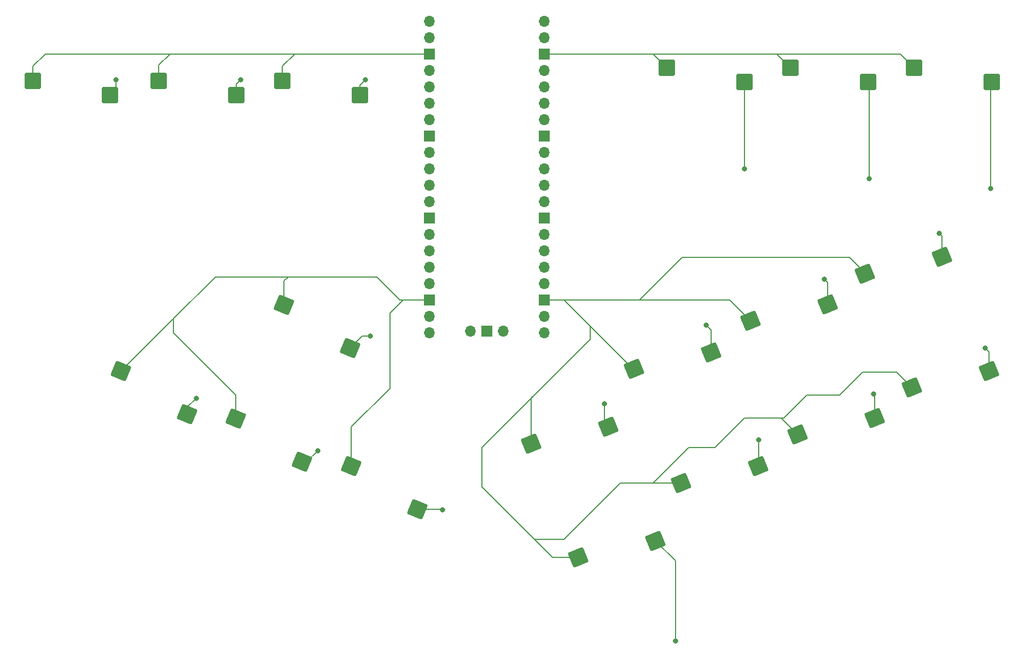
<source format=gbr>
%TF.GenerationSoftware,KiCad,Pcbnew,7.0.5*%
%TF.CreationDate,2023-08-06T16:06:21-05:00*%
%TF.ProjectId,NanoSwap,4e616e6f-5377-4617-902e-6b696361645f,rev?*%
%TF.SameCoordinates,Original*%
%TF.FileFunction,Copper,L2,Bot*%
%TF.FilePolarity,Positive*%
%FSLAX46Y46*%
G04 Gerber Fmt 4.6, Leading zero omitted, Abs format (unit mm)*
G04 Created by KiCad (PCBNEW 7.0.5) date 2023-08-06 16:06:21*
%MOMM*%
%LPD*%
G01*
G04 APERTURE LIST*
G04 Aperture macros list*
%AMRoundRect*
0 Rectangle with rounded corners*
0 $1 Rounding radius*
0 $2 $3 $4 $5 $6 $7 $8 $9 X,Y pos of 4 corners*
0 Add a 4 corners polygon primitive as box body*
4,1,4,$2,$3,$4,$5,$6,$7,$8,$9,$2,$3,0*
0 Add four circle primitives for the rounded corners*
1,1,$1+$1,$2,$3*
1,1,$1+$1,$4,$5*
1,1,$1+$1,$6,$7*
1,1,$1+$1,$8,$9*
0 Add four rect primitives between the rounded corners*
20,1,$1+$1,$2,$3,$4,$5,0*
20,1,$1+$1,$4,$5,$6,$7,0*
20,1,$1+$1,$6,$7,$8,$9,0*
20,1,$1+$1,$8,$9,$2,$3,0*%
G04 Aperture macros list end*
%TA.AperFunction,SMDPad,CuDef*%
%ADD10RoundRect,0.250000X-1.025000X-1.000000X1.025000X-1.000000X1.025000X1.000000X-1.025000X1.000000X0*%
%TD*%
%TA.AperFunction,ComponentPad*%
%ADD11O,1.700000X1.700000*%
%TD*%
%TA.AperFunction,ComponentPad*%
%ADD12R,1.700000X1.700000*%
%TD*%
%TA.AperFunction,SMDPad,CuDef*%
%ADD13RoundRect,0.250000X-1.329660X-0.531629X0.564293X-1.316130X1.329660X0.531629X-0.564293X1.316130X0*%
%TD*%
%TA.AperFunction,SMDPad,CuDef*%
%ADD14RoundRect,0.250000X-0.564293X-1.316130X1.329660X-0.531629X0.564293X1.316130X-1.329660X0.531629X0*%
%TD*%
%TA.AperFunction,ViaPad*%
%ADD15C,0.800000*%
%TD*%
%TA.AperFunction,Conductor*%
%ADD16C,0.140000*%
%TD*%
G04 APERTURE END LIST*
D10*
%TO.P,,1*%
%TO.N,N/C*%
X155685810Y-45298000D03*
%TO.P,,2*%
X167685810Y-47498000D03*
%TD*%
D11*
%TO.P,,1*%
%TO.N,N/C*%
X118872000Y-38100000D03*
%TO.P,,2*%
X118872000Y-40640000D03*
D12*
%TO.P,,3*%
X118872000Y-43180000D03*
D11*
%TO.P,,4*%
X118872000Y-45720000D03*
%TO.P,,5*%
X118872000Y-48260000D03*
%TO.P,,6*%
X118872000Y-50800000D03*
%TO.P,,7*%
X118872000Y-53340000D03*
D12*
%TO.P,,8*%
X118872000Y-55880000D03*
D11*
%TO.P,,9*%
X118872000Y-58420000D03*
%TO.P,,10*%
X118872000Y-60960000D03*
%TO.P,,11*%
X118872000Y-63500000D03*
%TO.P,,12*%
X118872000Y-66040000D03*
D12*
%TO.P,,13*%
X118872000Y-68580000D03*
D11*
%TO.P,,14*%
X118872000Y-71120000D03*
%TO.P,,15*%
X118872000Y-73660000D03*
%TO.P,,16*%
X118872000Y-76200000D03*
%TO.P,,17*%
X118872000Y-78740000D03*
D12*
%TO.P,,18*%
X118872000Y-81280000D03*
D11*
%TO.P,,19*%
X118872000Y-83820000D03*
%TO.P,,20*%
X118872000Y-86360000D03*
%TO.P,,21*%
X136652000Y-86360000D03*
%TO.P,,22*%
X136652000Y-83820000D03*
D12*
%TO.P,,23*%
X136652000Y-81280000D03*
D11*
%TO.P,,24*%
X136652000Y-78740000D03*
%TO.P,,25*%
X136652000Y-76200000D03*
%TO.P,,26*%
X136652000Y-73660000D03*
%TO.P,,27*%
X136652000Y-71120000D03*
D12*
%TO.P,,28*%
X136652000Y-68580000D03*
D11*
%TO.P,,29*%
X136652000Y-66040000D03*
%TO.P,,30*%
X136652000Y-63500000D03*
%TO.P,,31*%
X136652000Y-60960000D03*
%TO.P,,32*%
X136652000Y-58420000D03*
D12*
%TO.P,,33*%
X136652000Y-55880000D03*
D11*
%TO.P,,34*%
X136652000Y-53340000D03*
%TO.P,,35*%
X136652000Y-50800000D03*
%TO.P,,36*%
X136652000Y-48260000D03*
%TO.P,,37*%
X136652000Y-45720000D03*
D12*
%TO.P,,38*%
X136652000Y-43180000D03*
D11*
%TO.P,,39*%
X136652000Y-40640000D03*
%TO.P,,40*%
X136652000Y-38100000D03*
%TO.P,,41*%
X125222000Y-86130000D03*
D12*
%TO.P,,42*%
X127762000Y-86130000D03*
D11*
%TO.P,,43*%
X130302000Y-86130000D03*
%TD*%
D13*
%TO.P,,1*%
%TO.N,N/C*%
X88977185Y-99724572D03*
%TO.P,,2*%
X99221836Y-106349308D03*
%TD*%
D14*
%TO.P,,1*%
%TO.N,N/C*%
X141969570Y-121193455D03*
%TO.P,,2*%
X153898028Y-118633789D03*
%TD*%
D13*
%TO.P,,1*%
%TO.N,N/C*%
X96371185Y-82103835D03*
%TO.P,,2*%
X106615836Y-88728571D03*
%TD*%
D10*
%TO.P,,1*%
%TO.N,N/C*%
X96156000Y-47340000D03*
%TO.P,,2*%
X108156000Y-49540000D03*
%TD*%
D14*
%TO.P,,1*%
%TO.N,N/C*%
X175936332Y-102186088D03*
%TO.P,,2*%
X187864790Y-99626422D03*
%TD*%
%TO.P,,1*%
%TO.N,N/C*%
X193606321Y-94856115D03*
%TO.P,,2*%
X205534779Y-92296449D03*
%TD*%
D13*
%TO.P,,1*%
%TO.N,N/C*%
X71180495Y-92352944D03*
%TO.P,,2*%
X81425146Y-98977680D03*
%TD*%
D14*
%TO.P,,1*%
%TO.N,N/C*%
X150581443Y-91995252D03*
%TO.P,,2*%
X162509901Y-89435586D03*
%TD*%
D13*
%TO.P,,1*%
%TO.N,N/C*%
X106774349Y-107095071D03*
%TO.P,,2*%
X117019000Y-113719807D03*
%TD*%
D14*
%TO.P,,1*%
%TO.N,N/C*%
X186297833Y-77211865D03*
%TO.P,,2*%
X198226291Y-74652199D03*
%TD*%
D10*
%TO.P,,1*%
%TO.N,N/C*%
X174808000Y-45308000D03*
%TO.P,,2*%
X186808000Y-47508000D03*
%TD*%
D14*
%TO.P,,1*%
%TO.N,N/C*%
X157889930Y-109639505D03*
%TO.P,,2*%
X169818388Y-107079839D03*
%TD*%
D10*
%TO.P,,1*%
%TO.N,N/C*%
X77026000Y-47350000D03*
%TO.P,,2*%
X89026000Y-49550000D03*
%TD*%
%TO.P,,1*%
%TO.N,N/C*%
X193938000Y-45298000D03*
%TO.P,,2*%
X205938000Y-47498000D03*
%TD*%
D14*
%TO.P,,1*%
%TO.N,N/C*%
X168627841Y-84541839D03*
%TO.P,,2*%
X180556299Y-81982173D03*
%TD*%
D10*
%TO.P,,1*%
%TO.N,N/C*%
X57501000Y-47330000D03*
%TO.P,,2*%
X69501000Y-49530000D03*
%TD*%
D14*
%TO.P,,1*%
%TO.N,N/C*%
X134661082Y-103549203D03*
%TO.P,,2*%
X146589540Y-100989537D03*
%TD*%
D15*
%TO.N,*%
X169899212Y-102997814D03*
X109728000Y-86868000D03*
X186944000Y-62484000D03*
X108993190Y-47234000D03*
X120904000Y-113792000D03*
X205740000Y-64008000D03*
X70385190Y-47234000D03*
X180059212Y-78105814D03*
X204951212Y-88773814D03*
X82804000Y-96520000D03*
X146023212Y-97409814D03*
X101600000Y-104648000D03*
X187679212Y-95885814D03*
X197839212Y-70993814D03*
X156972000Y-134112000D03*
X161771212Y-85217814D03*
X167640000Y-60960000D03*
X89689190Y-47234000D03*
%TD*%
D16*
%TO.N,*%
X106774349Y-100997651D02*
X112776000Y-94996000D01*
X167640000Y-99568000D02*
X163068000Y-104140000D01*
X59436000Y-43180000D02*
X78740000Y-43180000D01*
X150368000Y-43180000D02*
X136652000Y-43180000D01*
X135128000Y-118364000D02*
X132588000Y-115824000D01*
X205534779Y-92296449D02*
X205534779Y-89357381D01*
X155685810Y-45298000D02*
X153567810Y-43180000D01*
X98044000Y-43180000D02*
X118872000Y-43180000D01*
X114808000Y-81280000D02*
X118872000Y-81280000D01*
X146023212Y-100423209D02*
X146023212Y-97409814D01*
X98552000Y-77724000D02*
X110744000Y-77724000D01*
X180556299Y-78602901D02*
X180059212Y-78105814D01*
X79248000Y-84328000D02*
X79226719Y-84306719D01*
X143764000Y-87376000D02*
X143764000Y-85344000D01*
X159004000Y-104140000D02*
X153504495Y-109639505D01*
X143764000Y-85344000D02*
X139700000Y-81280000D01*
X85809439Y-77724000D02*
X98552000Y-77724000D01*
X187864790Y-99626422D02*
X187864790Y-96071392D01*
X69501000Y-49530000D02*
X70385190Y-48645810D01*
X99898692Y-106349308D02*
X101600000Y-104648000D01*
X174808000Y-45308000D02*
X172680000Y-43180000D01*
X77026000Y-47350000D02*
X77026000Y-44894000D01*
X185928000Y-92456000D02*
X182372000Y-96012000D01*
X149860000Y-109639505D02*
X148424495Y-109639505D01*
X193938000Y-45298000D02*
X191820000Y-43180000D01*
X148424495Y-109639505D02*
X139700000Y-118364000D01*
X108476407Y-86868000D02*
X109728000Y-86868000D01*
X88977185Y-99724572D02*
X88977185Y-96089185D01*
X173318244Y-99568000D02*
X169672000Y-99568000D01*
X183896000Y-74676000D02*
X157988000Y-74676000D01*
X163068000Y-104140000D02*
X159004000Y-104140000D01*
X79226719Y-84306719D02*
X85809439Y-77724000D01*
X139700000Y-81280000D02*
X139192000Y-81280000D01*
X205534779Y-89357381D02*
X204951212Y-88773814D01*
X137957455Y-121193455D02*
X132588000Y-115824000D01*
X156972000Y-134112000D02*
X156972000Y-121707761D01*
X182372000Y-96012000D02*
X177292000Y-96012000D01*
X173736000Y-99568000D02*
X169672000Y-99568000D01*
X168627841Y-84541839D02*
X165366002Y-81280000D01*
X186944000Y-47644000D02*
X186808000Y-47508000D01*
X96371185Y-82103835D02*
X96371185Y-78380815D01*
X139192000Y-81280000D02*
X136652000Y-81280000D01*
X191206206Y-92456000D02*
X185928000Y-92456000D01*
X177292000Y-96012000D02*
X173736000Y-99568000D01*
X97028000Y-77724000D02*
X98552000Y-77724000D01*
X134661082Y-103549203D02*
X134661082Y-96478918D01*
X108156000Y-48071190D02*
X108993190Y-47234000D01*
X70385190Y-48645810D02*
X70385190Y-47234000D01*
X151384000Y-81280000D02*
X150368000Y-81280000D01*
X169899212Y-106999015D02*
X169899212Y-102997814D01*
X89026000Y-49550000D02*
X89026000Y-47897190D01*
X172680000Y-43180000D02*
X170688000Y-43180000D01*
X106615836Y-88728571D02*
X108476407Y-86868000D01*
X186297833Y-77211865D02*
X186297833Y-77077833D01*
X150368000Y-81280000D02*
X139192000Y-81280000D01*
X153567810Y-43180000D02*
X150368000Y-43180000D01*
X167640000Y-60960000D02*
X167685810Y-60914190D01*
X150415252Y-91995252D02*
X143764000Y-85344000D01*
X81425146Y-97898854D02*
X82804000Y-96520000D01*
X141969570Y-121193455D02*
X137957455Y-121193455D01*
X96156000Y-45068000D02*
X98044000Y-43180000D01*
X191820000Y-43180000D02*
X170688000Y-43180000D01*
X79248000Y-86360000D02*
X79248000Y-84328000D01*
X205740000Y-47696000D02*
X205938000Y-47498000D01*
X169672000Y-99568000D02*
X167640000Y-99568000D01*
X57501000Y-45115000D02*
X59436000Y-43180000D01*
X169818388Y-107079839D02*
X169899212Y-106999015D01*
X112776000Y-94996000D02*
X112776000Y-83312000D01*
X106774349Y-107095071D02*
X106774349Y-100997651D01*
X134661082Y-96478918D02*
X135128000Y-96012000D01*
X96371185Y-78380815D02*
X97028000Y-77724000D01*
X114300000Y-81280000D02*
X114808000Y-81280000D01*
X153504495Y-109639505D02*
X149860000Y-109639505D01*
X120831807Y-113719807D02*
X120904000Y-113792000D01*
X88977185Y-96089185D02*
X79248000Y-86360000D01*
X186297833Y-77077833D02*
X183896000Y-74676000D01*
X162509901Y-85956503D02*
X161771212Y-85217814D01*
X157988000Y-74676000D02*
X151384000Y-81280000D01*
X167685810Y-60914190D02*
X167685810Y-47498000D01*
X175936332Y-102186088D02*
X173318244Y-99568000D01*
X165366002Y-81280000D02*
X150368000Y-81280000D01*
X71180495Y-92352944D02*
X79226719Y-84306719D01*
X162509901Y-89435586D02*
X162509901Y-85956503D01*
X108156000Y-49540000D02*
X108156000Y-48071190D01*
X170688000Y-43180000D02*
X150368000Y-43180000D01*
X186944000Y-62484000D02*
X186944000Y-47644000D01*
X205740000Y-64008000D02*
X205740000Y-47696000D01*
X198226291Y-71380893D02*
X197839212Y-70993814D01*
X127000000Y-104140000D02*
X135128000Y-96012000D01*
X127000000Y-110236000D02*
X127000000Y-104140000D01*
X112776000Y-83312000D02*
X114808000Y-81280000D01*
X150581443Y-91995252D02*
X150415252Y-91995252D01*
X78740000Y-43180000D02*
X98044000Y-43180000D01*
X96156000Y-47340000D02*
X96156000Y-45068000D01*
X99221836Y-106349308D02*
X99898692Y-106349308D01*
X198226291Y-74652199D02*
X198226291Y-71380893D01*
X157889930Y-109639505D02*
X149860000Y-109639505D01*
X81425146Y-98977680D02*
X81425146Y-97898854D01*
X117019000Y-113719807D02*
X120831807Y-113719807D01*
X77026000Y-44894000D02*
X78740000Y-43180000D01*
X57501000Y-47330000D02*
X57501000Y-45115000D01*
X156972000Y-121707761D02*
X153898028Y-118633789D01*
X180556299Y-81982173D02*
X180556299Y-78602901D01*
X187864790Y-96071392D02*
X187679212Y-95885814D01*
X193606321Y-94856115D02*
X191206206Y-92456000D01*
X135128000Y-96012000D02*
X143764000Y-87376000D01*
X139700000Y-118364000D02*
X135128000Y-118364000D01*
X132588000Y-115824000D02*
X127000000Y-110236000D01*
X89026000Y-47897190D02*
X89689190Y-47234000D01*
X110744000Y-77724000D02*
X114300000Y-81280000D01*
X146589540Y-100989537D02*
X146023212Y-100423209D01*
%TD*%
M02*

</source>
